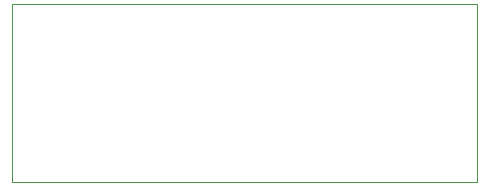
<source format=gko>
G04 #@! TF.GenerationSoftware,KiCad,Pcbnew,(5.99.0-10200-gdf5f010514)*
G04 #@! TF.CreationDate,2021-04-24T18:33:29+03:00*
G04 #@! TF.ProjectId,hellen1-wbo,68656c6c-656e-4312-9d77-626f2e6b6963,rev?*
G04 #@! TF.SameCoordinates,PX4a19ba0PY5aa5910*
G04 #@! TF.FileFunction,Profile,NP*
%FSLAX46Y46*%
G04 Gerber Fmt 4.6, Leading zero omitted, Abs format (unit mm)*
G04 Created by KiCad (PCBNEW (5.99.0-10200-gdf5f010514)) date 2021-04-24 18:33:29*
%MOMM*%
%LPD*%
G01*
G04 APERTURE LIST*
G04 #@! TA.AperFunction,Profile*
%ADD10C,0.020000*%
G04 #@! TD*
G04 APERTURE END LIST*
D10*
X0Y0D02*
X39350000Y0D01*
X39350000Y0D02*
X39350000Y15100000D01*
X39350000Y15100000D02*
X0Y15100000D01*
X0Y15100000D02*
X0Y0D01*
M02*

</source>
